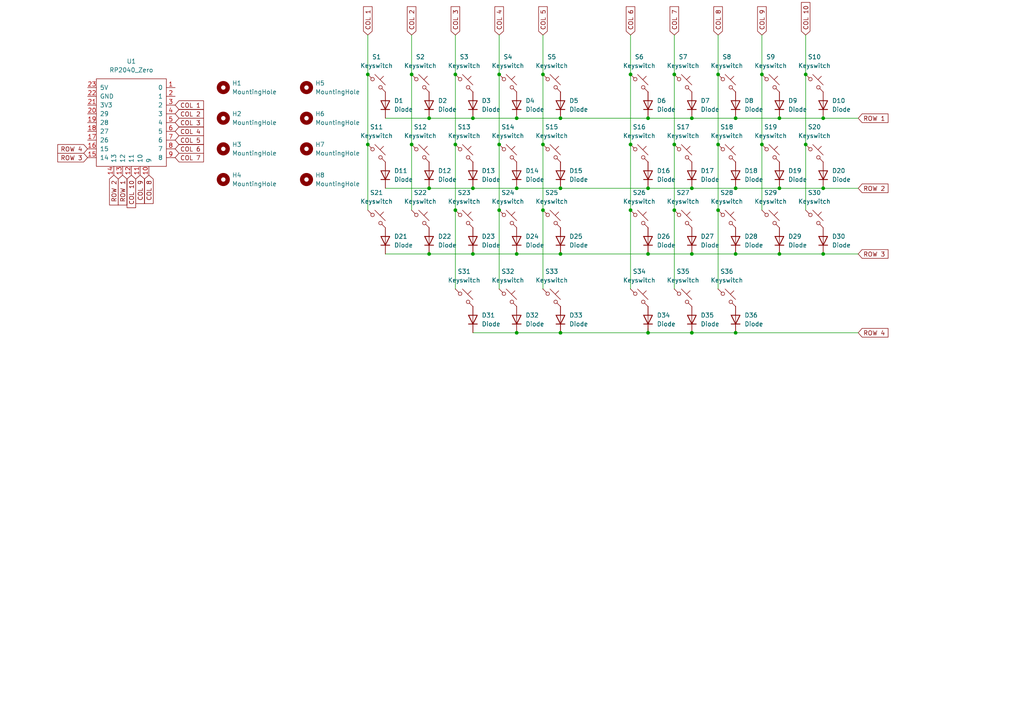
<source format=kicad_sch>
(kicad_sch (version 20231120) (generator "eeschema") (generator_version "8.0")
  (paper "A4")
  (lib_symbols
    (symbol "Mechanical:MountingHole" (pin_names (offset 1.016))
      (property "Reference" "H" (at 0 5.08 0))
      (property "Value" "MountingHole" (at 0 3.175 0))
      (symbol "MountingHole_0_1"
        (circle (center 0 0) (radius 1.27) (stroke (width 1.27)))
      )
    )
    (symbol "ScottoKeebs:MCU_RP2040_Zero" (pin_names (offset 1.016))
      (property "Reference" "U" (at 0 15.24 0))
      (property "Value" "RP2040_Zero" (at 0 12.7 0))
      (symbol "MCU_RP2040_Zero_0_1"
        (rectangle (start -10.16 11.43) (end 10.16 -13.97))
      )
      (symbol "MCU_RP2040_Zero_1_1"
        (pin bidirectional line (at 12.7 8.89 180) (length 2.54) (name "0") (number "1"))
        (pin bidirectional line (at 5.08 -16.51 90) (length 2.54) (name "9") (number "10"))
        (pin bidirectional line (at 2.54 -16.51 90) (length 2.54) (name "10") (number "11"))
        (pin bidirectional line (at 0 -16.51 90) (length 2.54) (name "11") (number "12"))
        (pin bidirectional line (at -2.54 -16.51 90) (length 2.54) (name "12") (number "13"))
        (pin bidirectional line (at -5.08 -16.51 90) (length 2.54) (name "13") (number "14"))
        (pin bidirectional line (at -12.7 -11.43 0) (length 2.54) (name "14") (number "15"))
        (pin bidirectional line (at -12.7 -8.89 0) (length 2.54) (name "15") (number "16"))
        (pin bidirectional line (at -12.7 -6.35 0) (length 2.54) (name "26") (number "17"))
        (pin bidirectional line (at -12.7 -3.81 0) (length 2.54) (name "27") (number "18"))
        (pin bidirectional line (at -12.7 -1.27 0) (length 2.54) (name "28") (number "19"))
        (pin bidirectional line (at 12.7 6.35 180) (length 2.54) (name "1") (number "2"))
        (pin bidirectional line (at -12.7 1.27 0) (length 2.54) (name "29") (number "20"))
        (pin power_out line (at -12.7 3.81 0) (length 2.54) (name "3V3") (number "21"))
        (pin power_out line (at -12.7 6.35 0) (length 2.54) (name "GND") (number "22"))
        (pin power_out line (at -12.7 8.89 0) (length 2.54) (name "5V") (number "23"))
        (pin bidirectional line (at 12.7 3.81 180) (length 2.54) (name "2") (number "3"))
        (pin bidirectional line (at 12.7 1.27 180) (length 2.54) (name "3") (number "4"))
        (pin bidirectional line (at 12.7 -1.27 180) (length 2.54) (name "4") (number "5"))
        (pin bidirectional line (at 12.7 -3.81 180) (length 2.54) (name "5") (number "6"))
        (pin bidirectional line (at 12.7 -6.35 180) (length 2.54) (name "6") (number "7"))
        (pin bidirectional line (at 12.7 -8.89 180) (length 2.54) (name "7") (number "8"))
        (pin bidirectional line (at 12.7 -11.43 180) (length 2.54) (name "8") (number "9"))
      )
    )
    (symbol "ScottoKeebs:Placeholder_Diode" (pin_numbers hide) (pin_names hide)
      (property "Reference" "D" (at 0 2.54 0))
      (property "Value" "Diode" (at 0 -2.54 0))
      (symbol "Placeholder_Diode_0_1"
        (polyline (pts (xy -1.27 1.27) (xy -1.27 -1.27)) (stroke (width 0.254)))
        (polyline (pts (xy 1.27 0) (xy -1.27 0)))
        (polyline (pts (xy 1.27 1.27) (xy 1.27 -1.27) (xy -1.27 0) (xy 1.27 1.27)) (stroke (width 0.254)))
      )
      (symbol "Placeholder_Diode_1_1"
        (pin passive line (at -3.81 0 0) (length 2.54) (name "K") (number "1"))
        (pin passive line (at 3.81 0 180) (length 2.54) (name "A") (number "2"))
      )
    )
    (symbol "ScottoKeebs:Placeholder_Keyswitch" (pin_numbers hide) (pin_names (offset 1.016) hide)
      (property "Reference" "S" (at 3.048 1.016 0))
      (property "Value" "Keyswitch" (at 0 -3.81 0))
      (symbol "Placeholder_Keyswitch_0_1"
        (circle (center -1.1684 1.1684) (radius 0.508))
        (polyline (pts (xy -0.508 2.54) (xy 2.54 -0.508)))
        (polyline (pts (xy 1.016 1.016) (xy 2.032 2.032)))
        (polyline (pts (xy -2.54 2.54) (xy -1.524 1.524) (xy -1.524 1.524)))
        (polyline (pts (xy 1.524 -1.524) (xy 2.54 -2.54) (xy 2.54 -2.54) (xy 2.54 -2.54)))
        (circle (center 1.143 -1.1938) (radius 0.508))
        (pin passive line (at -2.54 2.54 0) (length 0) (name "1") (number "1"))
        (pin passive line (at 2.54 -2.54 180) (length 0) (name "2") (number "2"))
      )
    )
  )
  (junction (at 149.86 54.61))
  (junction (at 162.56 73.66))
  (junction (at 157.48 60.96))
  (junction (at 208.28 21.59))
  (junction (at 182.88 21.59))
  (junction (at 213.36 96.52))
  (junction (at 233.68 21.59))
  (junction (at 182.88 60.96))
  (junction (at 238.76 34.29))
  (junction (at 119.38 41.91))
  (junction (at 144.78 41.91))
  (junction (at 149.86 73.66))
  (junction (at 157.48 21.59))
  (junction (at 200.66 34.29))
  (junction (at 149.86 34.29))
  (junction (at 162.56 54.61))
  (junction (at 238.76 54.61))
  (junction (at 124.46 54.61))
  (junction (at 137.16 34.29))
  (junction (at 208.28 41.91))
  (junction (at 132.08 21.59))
  (junction (at 144.78 21.59))
  (junction (at 162.56 34.29))
  (junction (at 238.76 73.66))
  (junction (at 226.06 73.66))
  (junction (at 195.58 21.59))
  (junction (at 132.08 41.91))
  (junction (at 124.46 34.29))
  (junction (at 187.96 34.29))
  (junction (at 124.46 73.66))
  (junction (at 220.98 21.59))
  (junction (at 137.16 73.66))
  (junction (at 106.68 41.91))
  (junction (at 233.68 41.91))
  (junction (at 208.28 60.96))
  (junction (at 200.66 73.66))
  (junction (at 213.36 54.61))
  (junction (at 226.06 54.61))
  (junction (at 187.96 54.61))
  (junction (at 213.36 34.29))
  (junction (at 220.98 41.91))
  (junction (at 200.66 54.61))
  (junction (at 187.96 73.66))
  (junction (at 182.88 41.91))
  (junction (at 137.16 54.61))
  (junction (at 226.06 34.29))
  (junction (at 195.58 60.96))
  (junction (at 213.36 73.66))
  (junction (at 144.78 60.96))
  (junction (at 119.38 21.59))
  (junction (at 187.96 96.52))
  (junction (at 195.58 41.91))
  (junction (at 106.68 21.59))
  (junction (at 149.86 96.52))
  (junction (at 162.56 96.52))
  (junction (at 157.48 41.91))
  (junction (at 200.66 96.52))
  (junction (at 132.08 60.96))
  (wire (pts (xy 106.68 41.91) (xy 106.68 60.96)))
  (wire (pts (xy 157.48 41.91) (xy 157.48 60.96)))
  (wire (pts (xy 144.78 41.91) (xy 144.78 60.96)))
  (wire (pts (xy 187.96 95.25) (xy 187.96 96.52)))
  (wire (pts (xy 233.68 21.59) (xy 233.68 41.91)))
  (wire (pts (xy 182.88 21.59) (xy 182.88 41.91)))
  (wire (pts (xy 162.56 96.52) (xy 187.96 96.52)))
  (wire (pts (xy 195.58 41.91) (xy 195.58 60.96)))
  (wire (pts (xy 213.36 73.66) (xy 226.06 73.66)))
  (wire (pts (xy 162.56 34.29) (xy 187.96 34.29)))
  (wire (pts (xy 119.38 41.91) (xy 119.38 60.96)))
  (wire (pts (xy 220.98 21.59) (xy 220.98 41.91)))
  (wire (pts (xy 187.96 96.52) (xy 200.66 96.52)))
  (wire (pts (xy 187.96 73.66) (xy 200.66 73.66)))
  (wire (pts (xy 111.76 34.29) (xy 124.46 34.29)))
  (wire (pts (xy 137.16 34.29) (xy 149.86 34.29)))
  (wire (pts (xy 195.58 60.96) (xy 195.58 83.82)))
  (wire (pts (xy 238.76 73.66) (xy 248.92 73.66)))
  (wire (pts (xy 132.08 21.59) (xy 132.08 41.91)))
  (wire (pts (xy 132.08 41.91) (xy 132.08 60.96)))
  (wire (pts (xy 106.68 10.16) (xy 106.68 21.59)))
  (wire (pts (xy 238.76 54.61) (xy 248.92 54.61)))
  (wire (pts (xy 162.56 54.61) (xy 187.96 54.61)))
  (wire (pts (xy 208.28 10.16) (xy 208.28 21.59)))
  (wire (pts (xy 195.58 10.16) (xy 195.58 21.59)))
  (wire (pts (xy 213.36 34.29) (xy 226.06 34.29)))
  (wire (pts (xy 182.88 60.96) (xy 182.88 83.82)))
  (wire (pts (xy 200.66 96.52) (xy 213.36 96.52)))
  (wire (pts (xy 137.16 54.61) (xy 149.86 54.61)))
  (wire (pts (xy 233.68 10.16) (xy 233.68 21.59)))
  (wire (pts (xy 124.46 34.29) (xy 137.16 34.29)))
  (wire (pts (xy 238.76 34.29) (xy 248.92 34.29)))
  (wire (pts (xy 213.36 54.61) (xy 226.06 54.61)))
  (wire (pts (xy 226.06 73.66) (xy 238.76 73.66)))
  (wire (pts (xy 157.48 60.96) (xy 157.48 83.82)))
  (wire (pts (xy 200.66 54.61) (xy 213.36 54.61)))
  (wire (pts (xy 200.66 73.66) (xy 213.36 73.66)))
  (wire (pts (xy 149.86 54.61) (xy 162.56 54.61)))
  (wire (pts (xy 119.38 21.59) (xy 119.38 41.91)))
  (wire (pts (xy 226.06 34.29) (xy 238.76 34.29)))
  (wire (pts (xy 187.96 54.61) (xy 200.66 54.61)))
  (wire (pts (xy 124.46 54.61) (xy 137.16 54.61)))
  (wire (pts (xy 124.46 73.66) (xy 137.16 73.66)))
  (wire (pts (xy 162.56 73.66) (xy 187.96 73.66)))
  (wire (pts (xy 195.58 21.59) (xy 195.58 41.91)))
  (wire (pts (xy 106.68 21.59) (xy 106.68 41.91)))
  (wire (pts (xy 182.88 41.91) (xy 182.88 60.96)))
  (wire (pts (xy 187.96 34.29) (xy 200.66 34.29)))
  (wire (pts (xy 220.98 10.16) (xy 220.98 21.59)))
  (wire (pts (xy 111.76 73.66) (xy 124.46 73.66)))
  (wire (pts (xy 157.48 21.59) (xy 157.48 41.91)))
  (wire (pts (xy 149.86 73.66) (xy 162.56 73.66)))
  (wire (pts (xy 111.76 54.61) (xy 124.46 54.61)))
  (wire (pts (xy 144.78 10.16) (xy 144.78 21.59)))
  (wire (pts (xy 137.16 96.52) (xy 149.86 96.52)))
  (wire (pts (xy 182.88 10.16) (xy 182.88 21.59)))
  (wire (pts (xy 144.78 60.96) (xy 144.78 83.82)))
  (wire (pts (xy 208.28 60.96) (xy 208.28 83.82)))
  (wire (pts (xy 208.28 21.59) (xy 208.28 41.91)))
  (wire (pts (xy 144.78 21.59) (xy 144.78 41.91)))
  (wire (pts (xy 233.68 41.91) (xy 233.68 60.96)))
  (wire (pts (xy 208.28 41.91) (xy 208.28 60.96)))
  (wire (pts (xy 226.06 54.61) (xy 238.76 54.61)))
  (wire (pts (xy 132.08 60.96) (xy 132.08 83.82)))
  (wire (pts (xy 149.86 34.29) (xy 162.56 34.29)))
  (wire (pts (xy 200.66 34.29) (xy 213.36 34.29)))
  (wire (pts (xy 149.86 96.52) (xy 162.56 96.52)))
  (wire (pts (xy 132.08 10.16) (xy 132.08 21.59)))
  (wire (pts (xy 220.98 41.91) (xy 220.98 60.96)))
  (wire (pts (xy 157.48 10.16) (xy 157.48 21.59)))
  (wire (pts (xy 119.38 10.16) (xy 119.38 21.59)))
  (wire (pts (xy 137.16 73.66) (xy 149.86 73.66)))
  (wire (pts (xy 213.36 96.52) (xy 248.92 96.52)))
  (global_label "ROW 1" (shape input) (at 248.92 34.29 0) (property "Intersheetrefs" "${INTERSHEET_REFS}" (effects (hide yes))))
  (global_label "COL 10" (shape input) (at 233.68 10.16 90) (property "Intersheetrefs" "${INTERSHEET_REFS}" (effects (hide yes))))
  (global_label "COL 6" (shape input) (at 182.88 10.16 90) (property "Intersheetrefs" "${INTERSHEET_REFS}" (effects (hide yes))))
  (global_label "ROW 2" (shape input) (at 33.02 50.8 270) (property "Intersheetrefs" "${INTERSHEET_REFS}" (effects (hide yes))))
  (global_label "ROW 4" (shape input) (at 248.92 96.52 0) (property "Intersheetrefs" "${INTERSHEET_REFS}" (effects (hide yes))))
  (global_label "COL 7" (shape input) (at 50.8 45.72 0) (property "Intersheetrefs" "${INTERSHEET_REFS}" (effects (hide yes))))
  (global_label "COL 6" (shape input) (at 50.8 43.18 0) (property "Intersheetrefs" "${INTERSHEET_REFS}" (effects (hide yes))))
  (global_label "COL 3" (shape input) (at 132.08 10.16 90) (property "Intersheetrefs" "${INTERSHEET_REFS}" (effects (hide yes))))
  (global_label "COL 1" (shape input) (at 50.8 30.48 0) (property "Intersheetrefs" "${INTERSHEET_REFS}" (effects (hide yes))))
  (global_label "COL 5" (shape input) (at 157.48 10.16 90) (property "Intersheetrefs" "${INTERSHEET_REFS}" (effects (hide yes))))
  (global_label "ROW 4" (shape input) (at 25.4 43.18 180) (property "Intersheetrefs" "${INTERSHEET_REFS}" (effects (hide yes))))
  (global_label "COL 1" (shape input) (at 106.68 10.16 90) (property "Intersheetrefs" "${INTERSHEET_REFS}" (effects (hide yes))))
  (global_label "COL 8" (shape input) (at 208.28 10.16 90) (property "Intersheetrefs" "${INTERSHEET_REFS}" (effects (hide yes))))
  (global_label "ROW 1" (shape input) (at 35.56 50.8 270) (property "Intersheetrefs" "${INTERSHEET_REFS}" (effects (hide yes))))
  (global_label "COL 8" (shape input) (at 43.18 50.8 270) (property "Intersheetrefs" "${INTERSHEET_REFS}" (effects (hide yes))))
  (global_label "COL 10" (shape input) (at 38.1 50.8 270) (property "Intersheetrefs" "${INTERSHEET_REFS}" (effects (hide yes))))
  (global_label "ROW 3" (shape input) (at 248.92 73.66 0) (property "Intersheetrefs" "${INTERSHEET_REFS}" (effects (hide yes))))
  (global_label "COL 3" (shape input) (at 50.8 35.56 0) (property "Intersheetrefs" "${INTERSHEET_REFS}" (effects (hide yes))))
  (global_label "COL 9" (shape input) (at 220.98 10.16 90) (property "Intersheetrefs" "${INTERSHEET_REFS}" (effects (hide yes))))
  (global_label "COL 5" (shape input) (at 50.8 40.64 0) (property "Intersheetrefs" "${INTERSHEET_REFS}" (effects (hide yes))))
  (global_label "COL 7" (shape input) (at 195.58 10.16 90) (property "Intersheetrefs" "${INTERSHEET_REFS}" (effects (hide yes))))
  (global_label "COL 2" (shape input) (at 50.8 33.02 0) (property "Intersheetrefs" "${INTERSHEET_REFS}" (effects (hide yes))))
  (global_label "ROW 3" (shape input) (at 25.4 45.72 180) (property "Intersheetrefs" "${INTERSHEET_REFS}" (effects (hide yes))))
  (global_label "ROW 2" (shape input) (at 248.92 54.61 0) (property "Intersheetrefs" "${INTERSHEET_REFS}" (effects (hide yes))))
  (global_label "COL 4" (shape input) (at 144.78 10.16 90) (property "Intersheetrefs" "${INTERSHEET_REFS}" (effects (hide yes))))
  (global_label "COL 4" (shape input) (at 50.8 38.1 0) (property "Intersheetrefs" "${INTERSHEET_REFS}" (effects (hide yes))))
  (global_label "COL 9" (shape input) (at 40.64 50.8 270) (property "Intersheetrefs" "${INTERSHEET_REFS}" (effects (hide yes))))
  (global_label "COL 2" (shape input) (at 119.38 10.16 90) (property "Intersheetrefs" "${INTERSHEET_REFS}" (effects (hide yes))))
  (symbol (lib_id "ScottoKeebs:Placeholder_Keyswitch") (at 121.92 24.13 0) (unit 1)
    (property "Reference" "S2" (at 121.92 16.51 0))
    (property "Value" "Keyswitch" (at 121.92 19.05 0))
    (property "Footprint" "PCM_marbastlib-xp-gateron_lp:SW_KS33_HS_KS-2P02B01-02_HS_1u" (effects (hide yes)))
  )
  (symbol (lib_id "ScottoKeebs:Placeholder_Diode") (at 187.96 30.48 90) (unit 1)
    (property "Reference" "D6" (at 190.5 29.21 90) (effects (justify right)))
    (property "Value" "Diode" (at 190.5 31.75 90) (effects (justify right)))
    (property "Footprint" "ScottoKeebs_Components:Diode_SOD-123" (effects (hide yes)))
    (property "Sim.Device" "D" (effects (hide yes)))
    (property "Sim.Pins" "1=K 2=A" (effects (hide yes)))
  )
  (symbol (lib_id "ScottoKeebs:Placeholder_Diode") (at 200.66 92.71 90) (unit 1)
    (property "Reference" "D35" (at 203.2 91.44 90) (effects (justify right)))
    (property "Value" "Diode" (at 203.2 93.98 90) (effects (justify right)))
    (property "Footprint" "ScottoKeebs_Components:Diode_SOD-123" (effects (hide yes)))
    (property "Sim.Device" "D" (effects (hide yes)))
    (property "Sim.Pins" "1=K 2=A" (effects (hide yes)))
  )
  (symbol (lib_id "ScottoKeebs:Placeholder_Diode") (at 200.66 50.8 90) (unit 1)
    (property "Reference" "D17" (at 203.2 49.53 90) (effects (justify right)))
    (property "Value" "Diode" (at 203.2 52.07 90) (effects (justify right)))
    (property "Footprint" "ScottoKeebs_Components:Diode_SOD-123" (effects (hide yes)))
    (property "Sim.Device" "D" (effects (hide yes)))
    (property "Sim.Pins" "1=K 2=A" (effects (hide yes)))
  )
  (symbol (lib_id "Mechanical:MountingHole") (at 88.9 34.29 0) (unit 1)
    (property "Reference" "H6" (at 91.44 33.02 0) (effects (justify left)))
    (property "Value" "MountingHole" (at 91.44 35.56 0) (effects (justify left)))
    (property "Footprint" "MountingHole:MountingHole_2.2mm_M2" (effects (hide yes)))
  )
  (symbol (lib_id "ScottoKeebs:Placeholder_Diode") (at 124.46 30.48 90) (unit 1)
    (property "Reference" "D2" (at 127 29.21 90) (effects (justify right)))
    (property "Value" "Diode" (at 127 31.75 90) (effects (justify right)))
    (property "Footprint" "ScottoKeebs_Components:Diode_SOD-123" (effects (hide yes)))
    (property "Sim.Device" "D" (effects (hide yes)))
    (property "Sim.Pins" "1=K 2=A" (effects (hide yes)))
  )
  (symbol (lib_id "ScottoKeebs:Placeholder_Keyswitch") (at 160.02 44.45 0) (unit 1)
    (property "Reference" "S15" (at 160.02 36.83 0))
    (property "Value" "Keyswitch" (at 160.02 39.37 0))
    (property "Footprint" "PCM_marbastlib-xp-gateron_lp:SW_KS33_HS_KS-2P02B01-02_HS_1u" (effects (hide yes)))
  )
  (symbol (lib_id "ScottoKeebs:Placeholder_Keyswitch") (at 185.42 86.36 0) (unit 1)
    (property "Reference" "S34" (at 185.42 78.74 0))
    (property "Value" "Keyswitch" (at 185.42 81.28 0))
    (property "Footprint" "PCM_marbastlib-xp-gateron_lp:SW_KS33_HS_KS-2P02B01-02_HS_1u" (effects (hide yes)))
  )
  (symbol (lib_id "ScottoKeebs:Placeholder_Diode") (at 238.76 69.85 90) (unit 1)
    (property "Reference" "D30" (at 241.3 68.58 90) (effects (justify right)))
    (property "Value" "Diode" (at 241.3 71.12 90) (effects (justify right)))
    (property "Footprint" "ScottoKeebs_Components:Diode_SOD-123" (effects (hide yes)))
    (property "Sim.Device" "D" (effects (hide yes)))
    (property "Sim.Pins" "1=K 2=A" (effects (hide yes)))
  )
  (symbol (lib_id "ScottoKeebs:Placeholder_Keyswitch") (at 121.92 44.45 0) (unit 1)
    (property "Reference" "S12" (at 121.92 36.83 0))
    (property "Value" "Keyswitch" (at 121.92 39.37 0))
    (property "Footprint" "PCM_marbastlib-xp-gateron_lp:SW_KS33_HS_KS-2P02B01-02_HS_1u" (effects (hide yes)))
  )
  (symbol (lib_id "ScottoKeebs:Placeholder_Keyswitch") (at 210.82 44.45 0) (unit 1)
    (property "Reference" "S18" (at 210.82 36.83 0))
    (property "Value" "Keyswitch" (at 210.82 39.37 0))
    (property "Footprint" "PCM_marbastlib-xp-gateron_lp:SW_KS33_HS_KS-2P02B01-02_HS_1u" (effects (hide yes)))
  )
  (symbol (lib_id "ScottoKeebs:Placeholder_Keyswitch") (at 134.62 44.45 0) (unit 1)
    (property "Reference" "S13" (at 134.62 36.83 0))
    (property "Value" "Keyswitch" (at 134.62 39.37 0))
    (property "Footprint" "PCM_marbastlib-xp-gateron_lp:SW_KS33_HS_KS-2P02B01-02_HS_1u" (effects (hide yes)))
  )
  (symbol (lib_id "ScottoKeebs:Placeholder_Keyswitch") (at 147.32 86.36 0) (unit 1)
    (property "Reference" "S32" (at 147.32 78.74 0))
    (property "Value" "Keyswitch" (at 147.32 81.28 0))
    (property "Footprint" "PCM_marbastlib-xp-gateron_lp:SW_KS33_HS_KS-2P02B01-02_HS_1u" (effects (hide yes)))
  )
  (symbol (lib_id "ScottoKeebs:Placeholder_Keyswitch") (at 210.82 63.5 0) (unit 1)
    (property "Reference" "S28" (at 210.82 55.88 0))
    (property "Value" "Keyswitch" (at 210.82 58.42 0))
    (property "Footprint" "PCM_marbastlib-xp-gateron_lp:SW_KS33_HS_KS-2P02B01-02_HS_1u" (effects (hide yes)))
  )
  (symbol (lib_id "ScottoKeebs:Placeholder_Keyswitch") (at 198.12 24.13 0) (unit 1)
    (property "Reference" "S7" (at 198.12 16.51 0))
    (property "Value" "Keyswitch" (at 198.12 19.05 0))
    (property "Footprint" "PCM_marbastlib-xp-gateron_lp:SW_KS33_HS_KS-2P02B01-02_HS_1u" (effects (hide yes)))
  )
  (symbol (lib_id "ScottoKeebs:Placeholder_Keyswitch") (at 160.02 63.5 0) (unit 1)
    (property "Reference" "S25" (at 160.02 55.88 0))
    (property "Value" "Keyswitch" (at 160.02 58.42 0))
    (property "Footprint" "PCM_marbastlib-xp-gateron_lp:SW_KS33_HS_KS-2P02B01-02_HS_1u" (effects (hide yes)))
  )
  (symbol (lib_id "ScottoKeebs:Placeholder_Diode") (at 162.56 69.85 90) (unit 1)
    (property "Reference" "D25" (at 165.1 68.58 90) (effects (justify right)))
    (property "Value" "Diode" (at 165.1 71.12 90) (effects (justify right)))
    (property "Footprint" "ScottoKeebs_Components:Diode_SOD-123" (effects (hide yes)))
    (property "Sim.Device" "D" (effects (hide yes)))
    (property "Sim.Pins" "1=K 2=A" (effects (hide yes)))
  )
  (symbol (lib_id "Mechanical:MountingHole") (at 64.77 25.4 0) (unit 1)
    (property "Reference" "H1" (at 67.31 24.13 0) (effects (justify left)))
    (property "Value" "MountingHole" (at 67.31 26.67 0) (effects (justify left)))
    (property "Footprint" "MountingHole:MountingHole_2.2mm_M2" (effects (hide yes)))
  )
  (symbol (lib_id "ScottoKeebs:Placeholder_Diode") (at 213.36 92.71 90) (unit 1)
    (property "Reference" "D36" (at 215.9 91.44 90) (effects (justify right)))
    (property "Value" "Diode" (at 215.9 93.98 90) (effects (justify right)))
    (property "Footprint" "ScottoKeebs_Components:Diode_SOD-123" (effects (hide yes)))
    (property "Sim.Device" "D" (effects (hide yes)))
    (property "Sim.Pins" "1=K 2=A" (effects (hide yes)))
  )
  (symbol (lib_id "ScottoKeebs:Placeholder_Diode") (at 238.76 30.48 90) (unit 1)
    (property "Reference" "D10" (at 241.3 29.21 90) (effects (justify right)))
    (property "Value" "Diode" (at 241.3 31.75 90) (effects (justify right)))
    (property "Footprint" "ScottoKeebs_Components:Diode_SOD-123" (effects (hide yes)))
    (property "Sim.Device" "D" (effects (hide yes)))
    (property "Sim.Pins" "1=K 2=A" (effects (hide yes)))
  )
  (symbol (lib_id "ScottoKeebs:Placeholder_Diode") (at 137.16 69.85 90) (unit 1)
    (property "Reference" "D23" (at 139.7 68.58 90) (effects (justify right)))
    (property "Value" "Diode" (at 139.7 71.12 90) (effects (justify right)))
    (property "Footprint" "ScottoKeebs_Components:Diode_SOD-123" (effects (hide yes)))
    (property "Sim.Device" "D" (effects (hide yes)))
    (property "Sim.Pins" "1=K 2=A" (effects (hide yes)))
  )
  (symbol (lib_id "ScottoKeebs:Placeholder_Diode") (at 149.86 69.85 90) (unit 1)
    (property "Reference" "D24" (at 152.4 68.58 90) (effects (justify right)))
    (property "Value" "Diode" (at 152.4 71.12 90) (effects (justify right)))
    (property "Footprint" "ScottoKeebs_Components:Diode_SOD-123" (effects (hide yes)))
    (property "Sim.Device" "D" (effects (hide yes)))
    (property "Sim.Pins" "1=K 2=A" (effects (hide yes)))
  )
  (symbol (lib_id "ScottoKeebs:Placeholder_Diode") (at 137.16 92.71 90) (unit 1)
    (property "Reference" "D31" (at 139.7 91.44 90) (effects (justify right)))
    (property "Value" "Diode" (at 139.7 93.98 90) (effects (justify right)))
    (property "Footprint" "ScottoKeebs_Components:Diode_SOD-123" (effects (hide yes)))
    (property "Sim.Device" "D" (effects (hide yes)))
    (property "Sim.Pins" "1=K 2=A" (effects (hide yes)))
  )
  (symbol (lib_id "ScottoKeebs:Placeholder_Diode") (at 111.76 30.48 90) (unit 1)
    (property "Reference" "D1" (at 114.3 29.21 90) (effects (justify right)))
    (property "Value" "Diode" (at 114.3 31.75 90) (effects (justify right)))
    (property "Footprint" "ScottoKeebs_Components:Diode_SOD-123" (effects (hide yes)))
    (property "Sim.Device" "D" (effects (hide yes)))
    (property "Sim.Pins" "1=K 2=A" (effects (hide yes)))
  )
  (symbol (lib_id "ScottoKeebs:Placeholder_Keyswitch") (at 134.62 63.5 0) (unit 1)
    (property "Reference" "S23" (at 134.62 55.88 0))
    (property "Value" "Keyswitch" (at 134.62 58.42 0))
    (property "Footprint" "PCM_marbastlib-xp-gateron_lp:SW_KS33_HS_KS-2P02B01-02_HS_1u" (effects (hide yes)))
  )
  (symbol (lib_id "ScottoKeebs:Placeholder_Keyswitch") (at 147.32 63.5 0) (unit 1)
    (property "Reference" "S24" (at 147.32 55.88 0))
    (property "Value" "Keyswitch" (at 147.32 58.42 0))
    (property "Footprint" "PCM_marbastlib-xp-gateron_lp:SW_KS33_HS_KS-2P02B01-02_HS_1u" (effects (hide yes)))
  )
  (symbol (lib_id "ScottoKeebs:Placeholder_Keyswitch") (at 134.62 86.36 0) (unit 1)
    (property "Reference" "S31" (at 134.62 78.74 0))
    (property "Value" "Keyswitch" (at 134.62 81.28 0))
    (property "Footprint" "PCM_marbastlib-xp-gateron_lp:SW_KS33_HS_KS-2P02B01-02_HS_1u" (effects (hide yes)))
  )
  (symbol (lib_id "ScottoKeebs:Placeholder_Diode") (at 200.66 69.85 90) (unit 1)
    (property "Reference" "D27" (at 203.2 68.58 90) (effects (justify right)))
    (property "Value" "Diode" (at 203.2 71.12 90) (effects (justify right)))
    (property "Footprint" "ScottoKeebs_Components:Diode_SOD-123" (effects (hide yes)))
    (property "Sim.Device" "D" (effects (hide yes)))
    (property "Sim.Pins" "1=K 2=A" (effects (hide yes)))
  )
  (symbol (lib_id "ScottoKeebs:Placeholder_Diode") (at 226.06 50.8 90) (unit 1)
    (property "Reference" "D19" (at 228.6 49.53 90) (effects (justify right)))
    (property "Value" "Diode" (at 228.6 52.07 90) (effects (justify right)))
    (property "Footprint" "ScottoKeebs_Components:Diode_SOD-123" (effects (hide yes)))
    (property "Sim.Device" "D" (effects (hide yes)))
    (property "Sim.Pins" "1=K 2=A" (effects (hide yes)))
  )
  (symbol (lib_id "ScottoKeebs:Placeholder_Diode") (at 226.06 30.48 90) (unit 1)
    (property "Reference" "D9" (at 228.6 29.21 90) (effects (justify right)))
    (property "Value" "Diode" (at 228.6 31.75 90) (effects (justify right)))
    (property "Footprint" "ScottoKeebs_Components:Diode_SOD-123" (effects (hide yes)))
    (property "Sim.Device" "D" (effects (hide yes)))
    (property "Sim.Pins" "1=K 2=A" (effects (hide yes)))
  )
  (symbol (lib_id "ScottoKeebs:Placeholder_Keyswitch") (at 109.22 63.5 0) (unit 1)
    (property "Reference" "S21" (at 109.22 55.88 0))
    (property "Value" "Keyswitch" (at 109.22 58.42 0))
    (property "Footprint" "PCM_marbastlib-xp-gateron_lp:SW_KS33_HS_KS-2P02B01-02_HS_1u" (effects (hide yes)))
  )
  (symbol (lib_id "ScottoKeebs:Placeholder_Keyswitch") (at 236.22 44.45 0) (unit 1)
    (property "Reference" "S20" (at 236.22 36.83 0))
    (property "Value" "Keyswitch" (at 236.22 39.37 0))
    (property "Footprint" "PCM_marbastlib-xp-gateron_lp:SW_KS33_HS_KS-2P02B01-02_HS_1u" (effects (hide yes)))
  )
  (symbol (lib_id "ScottoKeebs:Placeholder_Keyswitch") (at 109.22 24.13 0) (unit 1)
    (property "Reference" "S1" (at 109.22 16.51 0))
    (property "Value" "Keyswitch" (at 109.22 19.05 0))
    (property "Footprint" "PCM_marbastlib-xp-gateron_lp:SW_KS33_HS_KS-2P02B01-02_HS_1u" (effects (hide yes)))
  )
  (symbol (lib_id "ScottoKeebs:Placeholder_Diode") (at 213.36 50.8 90) (unit 1)
    (property "Reference" "D18" (at 215.9 49.53 90) (effects (justify right)))
    (property "Value" "Diode" (at 215.9 52.07 90) (effects (justify right)))
    (property "Footprint" "ScottoKeebs_Components:Diode_SOD-123" (effects (hide yes)))
    (property "Sim.Device" "D" (effects (hide yes)))
    (property "Sim.Pins" "1=K 2=A" (effects (hide yes)))
  )
  (symbol (lib_id "ScottoKeebs:Placeholder_Diode") (at 187.96 92.71 90) (unit 1)
    (property "Reference" "D34" (at 190.5 91.44 90) (effects (justify right)))
    (property "Value" "Diode" (at 190.5 93.98 90) (effects (justify right)))
    (property "Footprint" "ScottoKeebs_Components:Diode_SOD-123" (effects (hide yes)))
    (property "Sim.Device" "D" (effects (hide yes)))
    (property "Sim.Pins" "1=K 2=A" (effects (hide yes)))
  )
  (symbol (lib_id "ScottoKeebs:Placeholder_Diode") (at 137.16 50.8 90) (unit 1)
    (property "Reference" "D13" (at 139.7 49.53 90) (effects (justify right)))
    (property "Value" "Diode" (at 139.7 52.07 90) (effects (justify right)))
    (property "Footprint" "ScottoKeebs_Components:Diode_SOD-123" (effects (hide yes)))
    (property "Sim.Device" "D" (effects (hide yes)))
    (property "Sim.Pins" "1=K 2=A" (effects (hide yes)))
  )
  (symbol (lib_id "ScottoKeebs:Placeholder_Keyswitch") (at 236.22 24.13 0) (unit 1)
    (property "Reference" "S10" (at 236.22 16.51 0))
    (property "Value" "Keyswitch" (at 236.22 19.05 0))
    (property "Footprint" "PCM_marbastlib-xp-gateron_lp:SW_KS33_HS_KS-2P02B01-02_HS_1u" (effects (hide yes)))
  )
  (symbol (lib_id "ScottoKeebs:Placeholder_Diode") (at 162.56 92.71 90) (unit 1)
    (property "Reference" "D33" (at 165.1 91.44 90) (effects (justify right)))
    (property "Value" "Diode" (at 165.1 93.98 90) (effects (justify right)))
    (property "Footprint" "ScottoKeebs_Components:Diode_SOD-123" (effects (hide yes)))
    (property "Sim.Device" "D" (effects (hide yes)))
    (property "Sim.Pins" "1=K 2=A" (effects (hide yes)))
  )
  (symbol (lib_id "ScottoKeebs:Placeholder_Diode") (at 124.46 69.85 90) (unit 1)
    (property "Reference" "D22" (at 127 68.58 90) (effects (justify right)))
    (property "Value" "Diode" (at 127 71.12 90) (effects (justify right)))
    (property "Footprint" "ScottoKeebs_Components:Diode_SOD-123" (effects (hide yes)))
    (property "Sim.Device" "D" (effects (hide yes)))
    (property "Sim.Pins" "1=K 2=A" (effects (hide yes)))
  )
  (symbol (lib_id "Mechanical:MountingHole") (at 88.9 43.18 0) (unit 1)
    (property "Reference" "H7" (at 91.44 41.91 0) (effects (justify left)))
    (property "Value" "MountingHole" (at 91.44 44.45 0) (effects (justify left)))
    (property "Footprint" "MountingHole:MountingHole_2.2mm_M2" (effects (hide yes)))
  )
  (symbol (lib_id "ScottoKeebs:Placeholder_Diode") (at 111.76 69.85 90) (unit 1)
    (property "Reference" "D21" (at 114.3 68.58 90) (effects (justify right)))
    (property "Value" "Diode" (at 114.3 71.12 90) (effects (justify right)))
    (property "Footprint" "ScottoKeebs_Components:Diode_SOD-123" (effects (hide yes)))
    (property "Sim.Device" "D" (effects (hide yes)))
    (property "Sim.Pins" "1=K 2=A" (effects (hide yes)))
  )
  (symbol (lib_id "ScottoKeebs:Placeholder_Diode") (at 200.66 30.48 90) (unit 1)
    (property "Reference" "D7" (at 203.2 29.21 90) (effects (justify right)))
    (property "Value" "Diode" (at 203.2 31.75 90) (effects (justify right)))
    (property "Footprint" "ScottoKeebs_Components:Diode_SOD-123" (effects (hide yes)))
    (property "Sim.Device" "D" (effects (hide yes)))
    (property "Sim.Pins" "1=K 2=A" (effects (hide yes)))
  )
  (symbol (lib_id "ScottoKeebs:Placeholder_Keyswitch") (at 160.02 86.36 0) (unit 1)
    (property "Reference" "S33" (at 160.02 78.74 0))
    (property "Value" "Keyswitch" (at 160.02 81.28 0))
    (property "Footprint" "PCM_marbastlib-xp-gateron_lp:SW_KS33_HS_KS-2P02B01-02_HS_1u" (effects (hide yes)))
  )
  (symbol (lib_id "ScottoKeebs:Placeholder_Diode") (at 149.86 30.48 90) (unit 1)
    (property "Reference" "D4" (at 152.4 29.21 90) (effects (justify right)))
    (property "Value" "Diode" (at 152.4 31.75 90) (effects (justify right)))
    (property "Footprint" "ScottoKeebs_Components:Diode_SOD-123" (effects (hide yes)))
    (property "Sim.Device" "D" (effects (hide yes)))
    (property "Sim.Pins" "1=K 2=A" (effects (hide yes)))
  )
  (symbol (lib_id "ScottoKeebs:Placeholder_Keyswitch") (at 198.12 86.36 0) (unit 1)
    (property "Reference" "S35" (at 198.12 78.74 0))
    (property "Value" "Keyswitch" (at 198.12 81.28 0))
    (property "Footprint" "PCM_marbastlib-xp-gateron_lp:SW_KS33_HS_KS-2P02B01-02_HS_1u" (effects (hide yes)))
  )
  (symbol (lib_id "ScottoKeebs:Placeholder_Keyswitch") (at 223.52 63.5 0) (unit 1)
    (property "Reference" "S29" (at 223.52 55.88 0))
    (property "Value" "Keyswitch" (at 223.52 58.42 0))
    (property "Footprint" "PCM_marbastlib-xp-gateron_lp:SW_KS33_HS_KS-2P02B01-02_HS_1u" (effects (hide yes)))
  )
  (symbol (lib_id "ScottoKeebs:Placeholder_Keyswitch") (at 121.92 63.5 0) (unit 1)
    (property "Reference" "S22" (at 121.92 55.88 0))
    (property "Value" "Keyswitch" (at 121.92 58.42 0))
    (property "Footprint" "PCM_marbastlib-xp-gateron_lp:SW_KS33_HS_KS-2P02B01-02_HS_1u" (effects (hide yes)))
  )
  (symbol (lib_id "ScottoKeebs:Placeholder_Diode") (at 137.16 30.48 90) (unit 1)
    (property "Reference" "D3" (at 139.7 29.21 90) (effects (justify right)))
    (property "Value" "Diode" (at 139.7 31.75 90) (effects (justify right)))
    (property "Footprint" "ScottoKeebs_Components:Diode_SOD-123" (effects (hide yes)))
    (property "Sim.Device" "D" (effects (hide yes)))
    (property "Sim.Pins" "1=K 2=A" (effects (hide yes)))
  )
  (symbol (lib_id "ScottoKeebs:Placeholder_Keyswitch") (at 147.32 24.13 0) (unit 1)
    (property "Reference" "S4" (at 147.32 16.51 0))
    (property "Value" "Keyswitch" (at 147.32 19.05 0))
    (property "Footprint" "PCM_marbastlib-xp-gateron_lp:SW_KS33_HS_KS-2P02B01-02_HS_1u" (effects (hide yes)))
  )
  (symbol (lib_id "ScottoKeebs:Placeholder_Keyswitch") (at 210.82 24.13 0) (unit 1)
    (property "Reference" "S8" (at 210.82 16.51 0))
    (property "Value" "Keyswitch" (at 210.82 19.05 0))
    (property "Footprint" "PCM_marbastlib-xp-gateron_lp:SW_KS33_HS_KS-2P02B01-02_HS_1u" (effects (hide yes)))
  )
  (symbol (lib_id "ScottoKeebs:Placeholder_Keyswitch") (at 210.82 86.36 0) (unit 1)
    (property "Reference" "S36" (at 210.82 78.74 0))
    (property "Value" "Keyswitch" (at 210.82 81.28 0))
    (property "Footprint" "PCM_marbastlib-xp-gateron_lp:SW_KS33_HS_KS-2P02B01-02_HS_1u" (effects (hide yes)))
  )
  (symbol (lib_id "ScottoKeebs:Placeholder_Diode") (at 149.86 92.71 90) (unit 1)
    (property "Reference" "D32" (at 152.4 91.44 90) (effects (justify right)))
    (property "Value" "Diode" (at 152.4 93.98 90) (effects (justify right)))
    (property "Footprint" "ScottoKeebs_Components:Diode_SOD-123" (effects (hide yes)))
    (property "Sim.Device" "D" (effects (hide yes)))
    (property "Sim.Pins" "1=K 2=A" (effects (hide yes)))
  )
  (symbol (lib_id "ScottoKeebs:Placeholder_Keyswitch") (at 236.22 63.5 0) (unit 1)
    (property "Reference" "S30" (at 236.22 55.88 0))
    (property "Value" "Keyswitch" (at 236.22 58.42 0))
    (property "Footprint" "PCM_marbastlib-xp-gateron_lp:SW_KS33_HS_KS-2P02B01-02_HS_1u" (effects (hide yes)))
  )
  (symbol (lib_id "ScottoKeebs:Placeholder_Keyswitch") (at 185.42 63.5 0) (unit 1)
    (property "Reference" "S26" (at 185.42 55.88 0))
    (property "Value" "Keyswitch" (at 185.42 58.42 0))
    (property "Footprint" "PCM_marbastlib-xp-gateron_lp:SW_KS33_HS_KS-2P02B01-02_HS_1u" (effects (hide yes)))
  )
  (symbol (lib_id "ScottoKeebs:Placeholder_Keyswitch") (at 198.12 63.5 0) (unit 1)
    (property "Reference" "S27" (at 198.12 55.88 0))
    (property "Value" "Keyswitch" (at 198.12 58.42 0))
    (property "Footprint" "PCM_marbastlib-xp-gateron_lp:SW_KS33_HS_KS-2P02B01-02_HS_1u" (effects (hide yes)))
  )
  (symbol (lib_id "ScottoKeebs:Placeholder_Keyswitch") (at 134.62 24.13 0) (unit 1)
    (property "Reference" "S3" (at 134.62 16.51 0))
    (property "Value" "Keyswitch" (at 134.62 19.05 0))
    (property "Footprint" "PCM_marbastlib-xp-gateron_lp:SW_KS33_HS_KS-2P02B01-02_HS_1u" (effects (hide yes)))
  )
  (symbol (lib_id "ScottoKeebs:Placeholder_Keyswitch") (at 109.22 44.45 0) (unit 1)
    (property "Reference" "S11" (at 109.22 36.83 0))
    (property "Value" "Keyswitch" (at 109.22 39.37 0))
    (property "Footprint" "PCM_marbastlib-xp-gateron_lp:SW_KS33_HS_KS-2P02B01-02_HS_1u" (effects (hide yes)))
  )
  (symbol (lib_id "ScottoKeebs:Placeholder_Keyswitch") (at 160.02 24.13 0) (unit 1)
    (property "Reference" "S5" (at 160.02 16.51 0))
    (property "Value" "Keyswitch" (at 160.02 19.05 0))
    (property "Footprint" "PCM_marbastlib-xp-gateron_lp:SW_KS33_HS_KS-2P02B01-02_HS_1u" (effects (hide yes)))
  )
  (symbol (lib_id "ScottoKeebs:Placeholder_Keyswitch") (at 223.52 24.13 0) (unit 1)
    (property "Reference" "S9" (at 223.52 16.51 0))
    (property "Value" "Keyswitch" (at 223.52 19.05 0))
    (property "Footprint" "PCM_marbastlib-xp-gateron_lp:SW_KS33_HS_KS-2P02B01-02_HS_1u" (effects (hide yes)))
  )
  (symbol (lib_id "ScottoKeebs:Placeholder_Keyswitch") (at 185.42 24.13 0) (unit 1)
    (property "Reference" "S6" (at 185.42 16.51 0))
    (property "Value" "Keyswitch" (at 185.42 19.05 0))
    (property "Footprint" "PCM_marbastlib-xp-gateron_lp:SW_KS33_HS_KS-2P02B01-02_HS_1u" (effects (hide yes)))
  )
  (symbol (lib_id "ScottoKeebs:Placeholder_Diode") (at 149.86 50.8 90) (unit 1)
    (property "Reference" "D14" (at 152.4 49.53 90) (effects (justify right)))
    (property "Value" "Diode" (at 152.4 52.07 90) (effects (justify right)))
    (property "Footprint" "ScottoKeebs_Components:Diode_SOD-123" (effects (hide yes)))
    (property "Sim.Device" "D" (effects (hide yes)))
    (property "Sim.Pins" "1=K 2=A" (effects (hide yes)))
  )
  (symbol (lib_id "Mechanical:MountingHole") (at 88.9 25.4 0) (unit 1)
    (property "Reference" "H5" (at 91.44 24.13 0) (effects (justify left)))
    (property "Value" "MountingHole" (at 91.44 26.67 0) (effects (justify left)))
    (property "Footprint" "MountingHole:MountingHole_2.2mm_M2" (effects (hide yes)))
  )
  (symbol (lib_id "ScottoKeebs:Placeholder_Diode") (at 111.76 50.8 90) (unit 1)
    (property "Reference" "D11" (at 114.3 49.53 90) (effects (justify right)))
    (property "Value" "Diode" (at 114.3 52.07 90) (effects (justify right)))
    (property "Footprint" "ScottoKeebs_Components:Diode_SOD-123" (effects (hide yes)))
    (property "Sim.Device" "D" (effects (hide yes)))
    (property "Sim.Pins" "1=K 2=A" (effects (hide yes)))
  )
  (symbol (lib_id "ScottoKeebs:Placeholder_Diode") (at 187.96 50.8 90) (unit 1)
    (property "Reference" "D16" (at 190.5 49.53 90) (effects (justify right)))
    (property "Value" "Diode" (at 190.5 52.07 90) (effects (justify right)))
    (property "Footprint" "ScottoKeebs_Components:Diode_SOD-123" (effects (hide yes)))
    (property "Sim.Device" "D" (effects (hide yes)))
    (property "Sim.Pins" "1=K 2=A" (effects (hide yes)))
  )
  (symbol (lib_id "ScottoKeebs:Placeholder_Diode") (at 213.36 69.85 90) (unit 1)
    (property "Reference" "D28" (at 215.9 68.58 90) (effects (justify right)))
    (property "Value" "Diode" (at 215.9 71.12 90) (effects (justify right)))
    (property "Footprint" "ScottoKeebs_Components:Diode_SOD-123" (effects (hide yes)))
    (property "Sim.Device" "D" (effects (hide yes)))
    (property "Sim.Pins" "1=K 2=A" (effects (hide yes)))
  )
  (symbol (lib_id "ScottoKeebs:Placeholder_Diode") (at 226.06 69.85 90) (unit 1)
    (property "Reference" "D29" (at 228.6 68.58 90) (effects (justify right)))
    (property "Value" "Diode" (at 228.6 71.12 90) (effects (justify right)))
    (property "Footprint" "ScottoKeebs_Components:Diode_SOD-123" (effects (hide yes)))
    (property "Sim.Device" "D" (effects (hide yes)))
    (property "Sim.Pins" "1=K 2=A" (effects (hide yes)))
  )
  (symbol (lib_id "ScottoKeebs:Placeholder_Diode") (at 162.56 50.8 90) (unit 1)
    (property "Reference" "D15" (at 165.1 49.53 90) (effects (justify right)))
    (property "Value" "Diode" (at 165.1 52.07 90) (effects (justify right)))
    (property "Footprint" "ScottoKeebs_Components:Diode_SOD-123" (effects (hide yes)))
    (property "Sim.Device" "D" (effects (hide yes)))
    (property "Sim.Pins" "1=K 2=A" (effects (hide yes)))
  )
  (symbol (lib_id "ScottoKeebs:Placeholder_Keyswitch") (at 198.12 44.45 0) (unit 1)
    (property "Reference" "S17" (at 198.12 36.83 0))
    (property "Value" "Keyswitch" (at 198.12 39.37 0))
    (property "Footprint" "PCM_marbastlib-xp-gateron_lp:SW_KS33_HS_KS-2P02B01-02_HS_1u" (effects (hide yes)))
  )
  (symbol (lib_id "ScottoKeebs:Placeholder_Diode") (at 187.96 69.85 90) (unit 1)
    (property "Reference" "D26" (at 190.5 68.58 90) (effects (justify right)))
    (property "Value" "Diode" (at 190.5 71.12 90) (effects (justify right)))
    (property "Footprint" "ScottoKeebs_Components:Diode_SOD-123" (effects (hide yes)))
    (property "Sim.Device" "D" (effects (hide yes)))
    (property "Sim.Pins" "1=K 2=A" (effects (hide yes)))
  )
  (symbol (lib_id "Mechanical:MountingHole") (at 88.9 52.07 0) (unit 1)
    (property "Reference" "H8" (at 91.44 50.8 0) (effects (justify left)))
    (property "Value" "MountingHole" (at 91.44 53.34 0) (effects (justify left)))
    (property "Footprint" "MountingHole:MountingHole_2.2mm_M2" (effects (hide yes)))
  )
  (symbol (lib_id "ScottoKeebs:Placeholder_Diode") (at 162.56 30.48 90) (unit 1)
    (property "Reference" "D5" (at 165.1 29.21 90) (effects (justify right)))
    (property "Value" "Diode" (at 165.1 31.75 90) (effects (justify right)))
    (property "Footprint" "ScottoKeebs_Components:Diode_SOD-123" (effects (hide yes)))
    (property "Sim.Device" "D" (effects (hide yes)))
    (property "Sim.Pins" "1=K 2=A" (effects (hide yes)))
  )
  (symbol (lib_id "ScottoKeebs:Placeholder_Diode") (at 238.76 50.8 90) (unit 1)
    (property "Reference" "D20" (at 241.3 49.53 90) (effects (justify right)))
    (property "Value" "Diode" (at 241.3 52.07 90) (effects (justify right)))
    (property "Footprint" "ScottoKeebs_Components:Diode_SOD-123" (effects (hide yes)))
    (property "Sim.Device" "D" (effects (hide yes)))
    (property "Sim.Pins" "1=K 2=A" (effects (hide yes)))
  )
  (symbol (lib_id "ScottoKeebs:Placeholder_Keyswitch") (at 185.42 44.45 0) (unit 1)
    (property "Reference" "S16" (at 185.42 36.83 0))
    (property "Value" "Keyswitch" (at 185.42 39.37 0))
    (property "Footprint" "PCM_marbastlib-xp-gateron_lp:SW_KS33_HS_KS-2P02B01-02_HS_1u" (effects (hide yes)))
  )
  (symbol (lib_id "ScottoKeebs:Placeholder_Keyswitch") (at 223.52 44.45 0) (unit 1)
    (property "Reference" "S19" (at 223.52 36.83 0))
    (property "Value" "Keyswitch" (at 223.52 39.37 0))
    (property "Footprint" "PCM_marbastlib-xp-gateron_lp:SW_KS33_HS_KS-2P02B01-02_HS_1u" (effects (hide yes)))
  )
  (symbol (lib_id "Mechanical:MountingHole") (at 64.77 34.29 0) (unit 1)
    (property "Reference" "H2" (at 67.31 33.02 0) (effects (justify left)))
    (property "Value" "MountingHole" (at 67.31 35.56 0) (effects (justify left)))
    (property "Footprint" "MountingHole:MountingHole_2.2mm_M2" (effects (hide yes)))
  )
  (symbol (lib_id "Mechanical:MountingHole") (at 64.77 52.07 0) (unit 1)
    (property "Reference" "H4" (at 67.31 50.8 0) (effects (justify left)))
    (property "Value" "MountingHole" (at 67.31 53.34 0) (effects (justify left)))
    (property "Footprint" "MountingHole:MountingHole_2.2mm_M2" (effects (hide yes)))
  )
  (symbol (lib_id "ScottoKeebs:Placeholder_Keyswitch") (at 147.32 44.45 0) (unit 1)
    (property "Reference" "S14" (at 147.32 36.83 0))
    (property "Value" "Keyswitch" (at 147.32 39.37 0))
    (property "Footprint" "PCM_marbastlib-xp-gateron_lp:SW_KS33_HS_KS-2P02B01-02_HS_1u" (effects (hide yes)))
  )
  (symbol (lib_id "ScottoKeebs:MCU_RP2040_Zero") (at 38.1 34.29 0) (unit 1)
    (property "Reference" "U1" (at 38.1 17.78 0))
    (property "Value" "RP2040_Zero" (at 38.1 20.32 0))
    (property "Footprint" "ScottoKeebs_MCU:RP2040_Zero_holes" (effects (hide yes)))
  )
  (symbol (lib_id "ScottoKeebs:Placeholder_Diode") (at 213.36 30.48 90) (unit 1)
    (property "Reference" "D8" (at 215.9 29.21 90) (effects (justify right)))
    (property "Value" "Diode" (at 215.9 31.75 90) (effects (justify right)))
    (property "Footprint" "ScottoKeebs_Components:Diode_SOD-123" (effects (hide yes)))
    (property "Sim.Device" "D" (effects (hide yes)))
    (property "Sim.Pins" "1=K 2=A" (effects (hide yes)))
  )
  (symbol (lib_id "Mechanical:MountingHole") (at 64.77 43.18 0) (unit 1)
    (property "Reference" "H3" (at 67.31 41.91 0) (effects (justify left)))
    (property "Value" "MountingHole" (at 67.31 44.45 0) (effects (justify left)))
    (property "Footprint" "MountingHole:MountingHole_2.2mm_M2" (effects (hide yes)))
  )
  (symbol (lib_id "ScottoKeebs:Placeholder_Diode") (at 124.46 50.8 90) (unit 1)
    (property "Reference" "D12" (at 127 49.53 90) (effects (justify right)))
    (property "Value" "Diode" (at 127 52.07 90) (effects (justify right)))
    (property "Footprint" "ScottoKeebs_Components:Diode_SOD-123" (effects (hide yes)))
    (property "Sim.Device" "D" (effects (hide yes)))
    (property "Sim.Pins" "1=K 2=A" (effects (hide yes)))
  )
)
</source>
